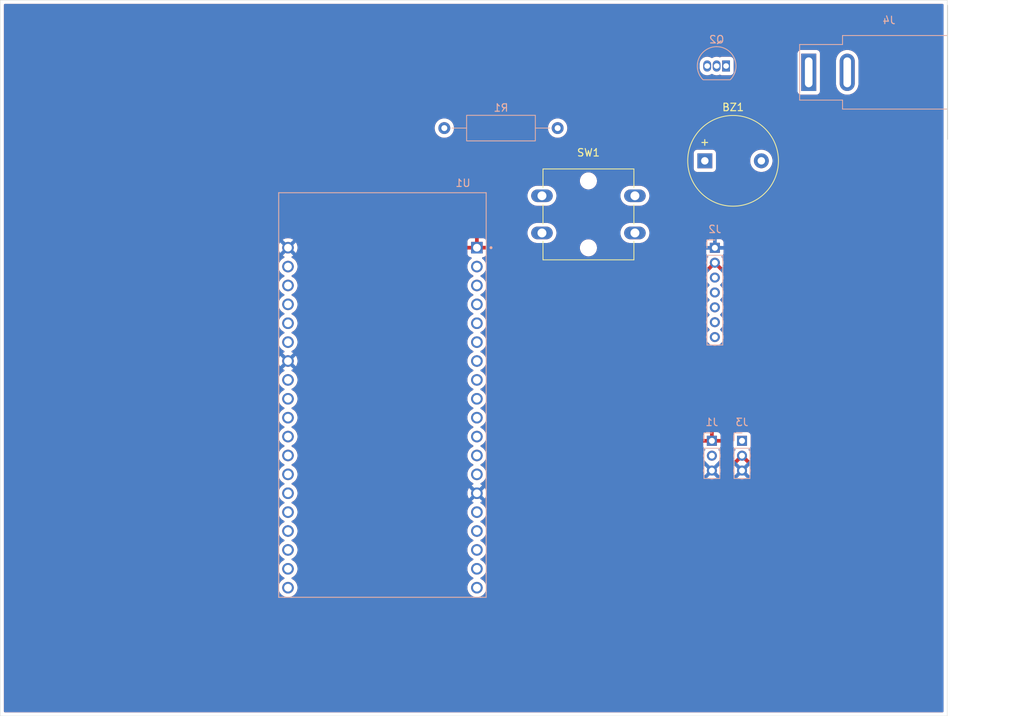
<source format=kicad_pcb>
(kicad_pcb (version 20241229) (generator "pcbnew") (generator_version "9.0")
  (layers (0 "F.Cu" signal) (2 "B.Cu" signal) (13 "F.Paste" user) (15 "B.Paste" user) (5 "F.SilkS" user "F.Silkscreen") (7 "B.SilkS" user "B.Silkscreen") (1 "F.Mask" user) (3 "B.Mask" user) (25 "Edge.Cuts" user))
  (net 0 "")
  (net 4 "Net-(J1-Out)")
  (net 6 "GND")
  (net 10 "Net-(J2-RES)")
  (net 12 "Net-(J2-CS)")
  (net 15 "Net-(J2-D1)")
  (net 17 "Net-(J2-D0)")
  (net 24 "5V")
  (net 27 "Net-(BZ1--)")
  (net 30 "Net-(J2-DC)")
  (net 31 "Net-(J3-Out)")
  (net 36 "3.3V")
  (net 38 "Net-(Q2-B)")
  (net 39 "Net-(Q2-E)")
  (net 40 "Net-(U1-IO26)")
  (net 41 "Net-(U1-IO32)")
  (footprint "Buzzer_Beeper:Buzzer_12x9.5RM7.6" (layer "F.Cu") (at 186.8 47.45)
    (property "Reference" "BZ1" (at 3.8 -7.2 0) (layer "F.SilkS"))
    (property "Value" "Buzzer")
    (fp_circle (center 3.8 0) (end 9.9 0) (stroke (width 0.12)) (fill no) (layer "F.SilkS"))
    (fp_text user "+" (at -0.01 -2.54 0) (layer "F.SilkS"))
    (pad "1" thru_hole rect (at 0 0) (size 2 2) (drill 1) (layers "*.Cu" "*.Mask") (net 24 "5V"))
    (pad "2" thru_hole circle (at 7.6 0) (size 2 2) (drill 1) (layers "*.Cu" "*.Mask") (net 27 "Net-(BZ1--)"))
  )
  (footprint "Button_Switch_THT:SW_SPST_Omron_B3F-40xx" (layer "F.Cu") (at 164.9 52.15)
    (property "Reference" "SW1" (at 6.25 -5.8 0) (layer "F.SilkS"))
    (property "Value" "SW_Push")
    (fp_line (start 0.14 -3.61) (end 0.14 -1.1) (stroke (width 0.12)) (layer "F.SilkS"))
    (fp_line (start 0.14 -3.61) (end 12.36 -3.61) (stroke (width 0.12)) (layer "F.SilkS"))
    (fp_line (start 0.14 1.2) (end 0.14 3.8) (stroke (width 0.12)) (layer "F.SilkS"))
    (fp_line (start 0.14 6.1) (end 0.14 8.61) (stroke (width 0.12)) (layer "F.SilkS"))
    (fp_line (start 12.36 -3.61) (end 12.36 -1.1) (stroke (width 0.12)) (layer "F.SilkS"))
    (fp_line (start 12.36 1.2) (end 12.36 3.8) (stroke (width 0.12)) (layer "F.SilkS"))
    (fp_line (start 12.36 6.1) (end 12.36 8.61) (stroke (width 0.12)) (layer "F.SilkS"))
    (fp_line (start 12.36 8.61) (end 0.14 8.61) (stroke (width 0.12)) (layer "F.SilkS"))
    (pad "" np_thru_hole circle (at 6.25 -2) (size 1.8 1.8) (drill 1.8) (layers "*.Cu" "*.Mask"))
    (pad "" np_thru_hole circle (at 6.25 7) (size 1.8 1.8) (drill 1.8) (layers "*.Cu" "*.Mask"))
    (pad "1" thru_hole oval (at 0 0) (size 2.9 1.7) (drill 1.2) (layers "*.Cu" "*.Mask") (net 39 "Net-(Q2-E)"))
    (pad "1" thru_hole oval (at 12.5 0) (size 2.9 1.7) (drill 1.2) (layers "*.Cu" "*.Mask") (net 39 "Net-(Q2-E)"))
    (pad "2" thru_hole oval (at 0 5) (size 2.9 1.7) (drill 1.2) (layers "*.Cu" "*.Mask") (net 41 "Net-(U1-IO32)"))
    (pad "2" thru_hole oval (at 12.5 5) (size 2.9 1.7) (drill 1.2) (layers "*.Cu" "*.Mask") (net 41 "Net-(U1-IO32)"))
  )
  (footprint "Connector_PinSocket_2.00mm:PinSocket_1x03_P2.00mm_Vertical" (layer "B.Cu") (at 187.75 85.1 180)
    (property "Reference" "J1" (at 0 2.5 0) (layer "B.SilkS") (effects (justify mirror)))
    (property "Value" "DHT")
    (fp_line (start 1.06 1.06) (end 1.06 0) (stroke (width 0.12)) (layer "B.SilkS"))
    (fp_line (start 1.06 -1) (end 1.06 -5.06) (stroke (width 0.12)) (layer "B.SilkS"))
    (fp_line (start 0 1.06) (end 1.06 1.06) (stroke (width 0.12)) (layer "B.SilkS"))
    (fp_line (start -1.06 -1) (end 1.06 -1) (stroke (width 0.12)) (layer "B.SilkS"))
    (fp_line (start -1.06 -1) (end -1.06 -5.06) (stroke (width 0.12)) (layer "B.SilkS"))
    (fp_line (start -1.06 -5.06) (end 1.06 -5.06) (stroke (width 0.12)) (layer "B.SilkS"))
    (pad "1" thru_hole rect (at 0 0 180) (size 1.35 1.35) (drill 0.8) (layers "*.Cu" "*.Mask") (net 36 "3.3V"))
    (pad "2" thru_hole circle (at 0 -2 180) (size 1.35 1.35) (drill 0.8) (layers "*.Cu" "*.Mask") (net 4 "Net-(J1-Out)"))
    (pad "3" thru_hole circle (at 0 -4 180) (size 1.35 1.35) (drill 0.8) (layers "*.Cu" "*.Mask") (net 6 "GND"))
  )
  (footprint "Package_TO_SOT_THT:TO-92_Inline" (layer "B.Cu") (at 189.66 34.7 180)
    (property "Reference" "Q2" (at 1.27 3.56 0) (layer "B.SilkS") (effects (justify mirror)))
    (property "Value" "BC547")
    (fp_line (start -0.53 -1.85) (end 3.07 -1.85) (stroke (width 0.12)) (layer "B.SilkS"))
    (fp_arc (start 3.108478 -1.838478) (mid 3.672087 0.994977) (end 1.27 2.6) (stroke (width 0.12)) (layer "B.SilkS"))
    (fp_arc (start 1.27 2.6) (mid -1.132087 0.994977) (end -0.568478 -1.838478) (stroke (width 0.12)) (layer "B.SilkS"))
    (pad "1" thru_hole rect (at 0 0 180) (size 1.05 1.5) (drill 0.75) (layers "*.Cu" "*.Mask") (net 27 "Net-(BZ1--)"))
    (pad "2" thru_hole oval (at 1.27 0 180) (size 1.05 1.5) (drill 0.75) (layers "*.Cu" "*.Mask") (net 38 "Net-(Q2-B)"))
    (pad "3" thru_hole oval (at 2.54 0 180) (size 1.05 1.5) (drill 0.75) (layers "*.Cu" "*.Mask") (net 39 "Net-(Q2-E)"))
  )
  (footprint "Resistor_THT:R_Axial_DIN0309_L9.0mm_D3.2mm_P15.24mm_Horizontal" (layer "B.Cu") (at 167.01 43.05 180)
    (property "Reference" "R1" (at 7.62 2.72 0) (layer "B.SilkS") (effects (justify mirror)))
    (property "Value" "R")
    (fp_line (start 14.2 0) (end 12.24 0) (stroke (width 0.12)) (layer "B.SilkS"))
    (fp_line (start 1.04 0) (end 3 0) (stroke (width 0.12)) (layer "B.SilkS"))
    (fp_rect (start 3 1.72) (end 12.24 -1.72) (stroke (width 0.12)) (fill no) (layer "B.SilkS"))
    (pad "1" thru_hole circle (at 0 0 180) (size 1.6 1.6) (drill 0.8) (layers "*.Cu" "*.Mask") (net 38 "Net-(Q2-B)"))
    (pad "2" thru_hole circle (at 15.24 0 180) (size 1.6 1.6) (drill 0.8) (layers "*.Cu" "*.Mask") (net 40 "Net-(U1-IO26)"))
  )
  (footprint "ESP32-DEVKITC-32D:MODULE_ESP32-DEVKITC-32D" (layer "B.Cu") (at 143.45 78.89 180)
    (property "Reference" "U1" (at -10.829175 28.446045 0) (layer "B.SilkS") (effects (font (size 1.000386 1.000386)) (justify mirror)))
    (property "Value" "ESP32-DEVKITC-32D")
    (fp_line (start 13.95 27.15) (end 13.95 -27.25) (stroke (width 0.127)) (layer "B.SilkS"))
    (fp_line (start 13.95 -27.25) (end -13.95 -27.25) (stroke (width 0.127)) (layer "B.SilkS"))
    (fp_line (start -13.95 27.15) (end 13.95 27.15) (stroke (width 0.127)) (layer "B.SilkS"))
    (fp_line (start -13.95 -27.25) (end -13.95 27.15) (stroke (width 0.127)) (layer "B.SilkS"))
    (fp_circle (center -14.6 19.76) (end -14.5 19.76) (stroke (width 0.2)) (fill no) (layer "B.SilkS"))
    (pad "J2-1" thru_hole rect (at -12.7 19.76 180) (size 1.56 1.56) (drill 1.04) (layers "*.Cu" "*.Mask") (net 36 "3.3V"))
    (pad "J2-2" thru_hole circle (at -12.7 17.22 180) (size 1.56 1.56) (drill 1.04) (layers "*.Cu" "*.Mask"))
    (pad "J2-3" thru_hole circle (at -12.7 14.68 180) (size 1.56 1.56) (drill 1.04) (layers "*.Cu" "*.Mask"))
    (pad "J2-4" thru_hole circle (at -12.7 12.14 180) (size 1.56 1.56) (drill 1.04) (layers "*.Cu" "*.Mask"))
    (pad "J2-5" thru_hole circle (at -12.7 9.6 180) (size 1.56 1.56) (drill 1.04) (layers "*.Cu" "*.Mask") (net 31 "Net-(J3-Out)"))
    (pad "J2-6" thru_hole circle (at -12.7 7.06 180) (size 1.56 1.56) (drill 1.04) (layers "*.Cu" "*.Mask"))
    (pad "J2-7" thru_hole circle (at -12.7 4.52 180) (size 1.56 1.56) (drill 1.04) (layers "*.Cu" "*.Mask") (net 41 "Net-(U1-IO32)"))
    (pad "J2-8" thru_hole circle (at -12.7 1.98 180) (size 1.56 1.56) (drill 1.04) (layers "*.Cu" "*.Mask"))
    (pad "J2-9" thru_hole circle (at -12.7 -0.56 180) (size 1.56 1.56) (drill 1.04) (layers "*.Cu" "*.Mask"))
    (pad "J2-10" thru_hole circle (at -12.7 -3.1 180) (size 1.56 1.56) (drill 1.04) (layers "*.Cu" "*.Mask") (net 40 "Net-(U1-IO26)"))
    (pad "J2-11" thru_hole circle (at -12.7 -5.64 180) (size 1.56 1.56) (drill 1.04) (layers "*.Cu" "*.Mask"))
    (pad "J2-12" thru_hole circle (at -12.7 -8.18 180) (size 1.56 1.56) (drill 1.04) (layers "*.Cu" "*.Mask") (net 4 "Net-(J1-Out)"))
    (pad "J2-13" thru_hole circle (at -12.7 -10.72 180) (size 1.56 1.56) (drill 1.04) (layers "*.Cu" "*.Mask"))
    (pad "J2-14" thru_hole circle (at -12.7 -13.26 180) (size 1.56 1.56) (drill 1.04) (layers "*.Cu" "*.Mask") (net 6 "GND"))
    (pad "J2-15" thru_hole circle (at -12.7 -15.8 180) (size 1.56 1.56) (drill 1.04) (layers "*.Cu" "*.Mask"))
    (pad "J2-16" thru_hole circle (at -12.7 -18.34 180) (size 1.56 1.56) (drill 1.04) (layers "*.Cu" "*.Mask"))
    (pad "J2-17" thru_hole circle (at -12.7 -20.88 180) (size 1.56 1.56) (drill 1.04) (layers "*.Cu" "*.Mask"))
    (pad "J2-18" thru_hole circle (at -12.7 -23.42 180) (size 1.56 1.56) (drill 1.04) (layers "*.Cu" "*.Mask"))
    (pad "J2-19" thru_hole circle (at -12.7 -25.96 180) (size 1.56 1.56) (drill 1.04) (layers "*.Cu" "*.Mask") (net 24 "5V"))
    (pad "J3-1" thru_hole circle (at 12.7 19.76 180) (size 1.56 1.56) (drill 1.04) (layers "*.Cu" "*.Mask") (net 6 "GND"))
    (pad "J3-2" thru_hole circle (at 12.7 17.22 180) (size 1.56 1.56) (drill 1.04) (layers "*.Cu" "*.Mask") (net 15 "Net-(J2-D1)"))
    (pad "J3-3" thru_hole circle (at 12.7 14.68 180) (size 1.56 1.56) (drill 1.04) (layers "*.Cu" "*.Mask"))
    (pad "J3-4" thru_hole circle (at 12.7 12.14 180) (size 1.56 1.56) (drill 1.04) (layers "*.Cu" "*.Mask"))
    (pad "J3-5" thru_hole circle (at 12.7 9.6 180) (size 1.56 1.56) (drill 1.04) (layers "*.Cu" "*.Mask"))
    (pad "J3-6" thru_hole circle (at 12.7 7.06 180) (size 1.56 1.56) (drill 1.04) (layers "*.Cu" "*.Mask"))
    (pad "J3-7" thru_hole circle (at 12.7 4.52 180) (size 1.56 1.56) (drill 1.04) (layers "*.Cu" "*.Mask") (net 6 "GND"))
    (pad "J3-8" thru_hole circle (at 12.7 1.98 180) (size 1.56 1.56) (drill 1.04) (layers "*.Cu" "*.Mask"))
    (pad "J3-9" thru_hole circle (at 12.7 -0.56 180) (size 1.56 1.56) (drill 1.04) (layers "*.Cu" "*.Mask") (net 17 "Net-(J2-D0)"))
    (pad "J3-10" thru_hole circle (at 12.7 -3.1 180) (size 1.56 1.56) (drill 1.04) (layers "*.Cu" "*.Mask") (net 12 "Net-(J2-CS)"))
    (pad "J3-11" thru_hole circle (at 12.7 -5.64 180) (size 1.56 1.56) (drill 1.04) (layers "*.Cu" "*.Mask") (net 10 "Net-(J2-RES)"))
    (pad "J3-12" thru_hole circle (at 12.7 -8.18 180) (size 1.56 1.56) (drill 1.04) (layers "*.Cu" "*.Mask") (net 30 "Net-(J2-DC)"))
    (pad "J3-13" thru_hole circle (at 12.7 -10.72 180) (size 1.56 1.56) (drill 1.04) (layers "*.Cu" "*.Mask"))
    (pad "J3-14" thru_hole circle (at 12.7 -13.26 180) (size 1.56 1.56) (drill 1.04) (layers "*.Cu" "*.Mask"))
    (pad "J3-15" thru_hole circle (at 12.7 -15.8 180) (size 1.56 1.56) (drill 1.04) (layers "*.Cu" "*.Mask"))
    (pad "J3-16" thru_hole circle (at 12.7 -18.34 180) (size 1.56 1.56) (drill 1.04) (layers "*.Cu" "*.Mask"))
    (pad "J3-17" thru_hole circle (at 12.7 -20.88 180) (size 1.56 1.56) (drill 1.04) (layers "*.Cu" "*.Mask"))
    (pad "J3-18" thru_hole circle (at 12.7 -23.42 180) (size 1.56 1.56) (drill 1.04) (layers "*.Cu" "*.Mask"))
    (pad "J3-19" thru_hole circle (at 12.7 -25.96 180) (size 1.56 1.56) (drill 1.04) (layers "*.Cu" "*.Mask"))
  )
  (footprint "Connector_BarrelJack:BarrelJack_SwitchcraftConxall_RAPC10U_Horizontal" (layer "B.Cu") (at 200.77 35.55 180)
    (property "Reference" "J4" (at -10.8 7 0) (layer "B.SilkS") (effects (justify mirror)))
    (property "Value" "Jack-DC")
    (fp_line (start 1.22 3.74) (end -4.55 3.74) (stroke (width 0.12)) (layer "B.SilkS"))
    (fp_line (start 1.22 -3.74) (end 1.22 3.74) (stroke (width 0.12)) (layer "B.SilkS"))
    (fp_line (start -4.55 4.945) (end -18.55 4.945) (stroke (width 0.12)) (layer "B.SilkS"))
    (fp_line (start -4.55 3.74) (end -4.55 4.945) (stroke (width 0.12)) (layer "B.SilkS"))
    (fp_line (start -4.55 -3.74) (end 1.22 -3.74) (stroke (width 0.12)) (layer "B.SilkS"))
    (fp_line (start -4.55 -4.945) (end -4.55 -3.74) (stroke (width 0.12)) (layer "B.SilkS"))
    (fp_line (start -18.55 -4.945) (end -4.55 -4.945) (stroke (width 0.12)) (layer "B.SilkS"))
    (fp_line (start -18.67 9) (end -18.67 -9) (stroke (width 0.12)) (layer "Edge.Cuts"))
    (pad "1" thru_hole rect (at 0 0 180) (size 2.02 5.02) (drill oval 1.02 4.02) (layers "*.Cu" "*.Mask"))
    (pad "2" thru_hole oval (at -5.18 0 180) (size 2.02 5.02) (drill oval 1.02 4.02) (layers "*.Cu" "*.Mask"))
  )
  (footprint "Connector_PinSocket_2.00mm:PinSocket_1x03_P2.00mm_Vertical" (layer "B.Cu") (at 191.8 85.1 180)
    (property "Reference" "J3" (at 0 2.5 0) (layer "B.SilkS") (effects (justify mirror)))
    (property "Value" "water_sensor")
    (fp_line (start 1.06 1.06) (end 1.06 0) (stroke (width 0.12)) (layer "B.SilkS"))
    (fp_line (start 1.06 -1) (end 1.06 -5.06) (stroke (width 0.12)) (layer "B.SilkS"))
    (fp_line (start 0 1.06) (end 1.06 1.06) (stroke (width 0.12)) (layer "B.SilkS"))
    (fp_line (start -1.06 -1) (end 1.06 -1) (stroke (width 0.12)) (layer "B.SilkS"))
    (fp_line (start -1.06 -1) (end -1.06 -5.06) (stroke (width 0.12)) (layer "B.SilkS"))
    (fp_line (start -1.06 -5.06) (end 1.06 -5.06) (stroke (width 0.12)) (layer "B.SilkS"))
    (pad "1" thru_hole rect (at 0 0 180) (size 1.35 1.35) (drill 0.8) (layers "*.Cu" "*.Mask") (net 31 "Net-(J3-Out)"))
    (pad "2" thru_hole circle (at 0 -2 180) (size 1.35 1.35) (drill 0.8) (layers "*.Cu" "*.Mask") (net 36 "3.3V"))
    (pad "3" thru_hole circle (at 0 -4 180) (size 1.35 1.35) (drill 0.8) (layers "*.Cu" "*.Mask") (net 6 "GND"))
  )
  (footprint "Connector_PinSocket_2.00mm:PinSocket_1x07_P2.00mm_Vertical" (layer "B.Cu") (at 188.15 59.15 180)
    (property "Reference" "J2" (at 0 2.5 0) (layer "B.SilkS") (effects (justify mirror)))
    (property "Value" "OLED")
    (fp_line (start 1.06 1.06) (end 1.06 0) (stroke (width 0.12)) (layer "B.SilkS"))
    (fp_line (start 1.06 -1) (end 1.06 -13.06) (stroke (width 0.12)) (layer "B.SilkS"))
    (fp_line (start 0 1.06) (end 1.06 1.06) (stroke (width 0.12)) (layer "B.SilkS"))
    (fp_line (start -1.06 -1) (end 1.06 -1) (stroke (width 0.12)) (layer "B.SilkS"))
    (fp_line (start -1.06 -1) (end -1.06 -13.06) (stroke (width 0.12)) (layer "B.SilkS"))
    (fp_line (start -1.06 -13.06) (end 1.06 -13.06) (stroke (width 0.12)) (layer "B.SilkS"))
    (pad "1" thru_hole rect (at 0 0 180) (size 1.35 1.35) (drill 0.8) (layers "*.Cu" "*.Mask") (net 6 "GND"))
    (pad "2" thru_hole circle (at 0 -2 180) (size 1.35 1.35) (drill 0.8) (layers "*.Cu" "*.Mask") (net 36 "3.3V"))
    (pad "3" thru_hole circle (at 0 -4 180) (size 1.35 1.35) (drill 0.8) (layers "*.Cu" "*.Mask") (net 17 "Net-(J2-D0)"))
    (pad "4" thru_hole circle (at 0 -6 180) (size 1.35 1.35) (drill 0.8) (layers "*.Cu" "*.Mask") (net 15 "Net-(J2-D1)"))
    (pad "5" thru_hole circle (at 0 -8 180) (size 1.35 1.35) (drill 0.8) (layers "*.Cu" "*.Mask") (net 10 "Net-(J2-RES)"))
    (pad "6" thru_hole circle (at 0 -10 180) (size 1.35 1.35) (drill 0.8) (layers "*.Cu" "*.Mask") (net 30 "Net-(J2-DC)"))
    (pad "7" thru_hole circle (at 0 -12 180) (size 1.35 1.35) (drill 0.8) (layers "*.Cu" "*.Mask") (net 12 "Net-(J2-CS)"))
  )
  (gr_rect (start 92.05 25.85) (end 219.4 122.1) (stroke (width 0.05)) (fill no) (layer "Edge.Cuts"))
  (zone (net 36) (net_name "3.3V") (layer "F.Cu") (priority 1) (connect_pads (clearance 0.5)) (min_thickness 0.25) (fill yes (thermal_gap 0.5) (thermal_bridge_width 0.5))
    (polygon (pts (xy 219.4 25.85) (xy 92.05 25.85) (xy 92.05 122.1) (xy 219.4 122.1)))
  )
  (zone (net 6) (net_name "GND") (layer "B.Cu") (connect_pads (clearance 0.5)) (min_thickness 0.25) (fill yes (thermal_gap 0.5) (thermal_bridge_width 0.5))
    (polygon (pts (xy 219.4 25.85) (xy 92.05 25.85) (xy 92.05 122.1) (xy 219.4 122.1)))
  )
)
</source>
